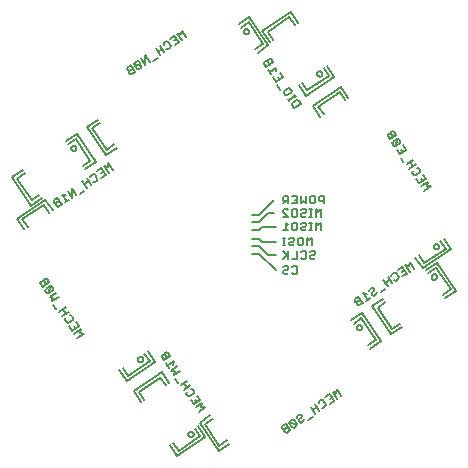
<source format=gbo>
G75*
%MOIN*%
%OFA0B0*%
%FSLAX24Y24*%
%IPPOS*%
%LPD*%
%AMOC8*
5,1,8,0,0,1.08239X$1,22.5*
%
%ADD10C,0.0060*%
%ADD11C,0.0050*%
D10*
X006933Y017696D02*
X007149Y017842D01*
X007029Y017865D01*
X007052Y017986D01*
X006836Y017840D01*
X006768Y017941D02*
X006671Y018085D01*
X006640Y018209D02*
X006579Y018221D01*
X006531Y018293D01*
X006543Y018353D01*
X006439Y018429D02*
X006655Y018575D01*
X006686Y018450D02*
X006747Y018438D01*
X006795Y018366D01*
X006783Y018306D01*
X006640Y018209D01*
X006828Y018085D02*
X006876Y018013D01*
X006768Y017941D02*
X006984Y018086D01*
X006887Y018230D01*
X006547Y018502D02*
X006450Y018646D01*
X006558Y018719D02*
X006342Y018573D01*
X006238Y018649D02*
X006141Y018793D01*
X006109Y018918D02*
X006133Y019038D01*
X006012Y019062D01*
X006228Y019207D01*
X006124Y019283D02*
X006136Y019344D01*
X006088Y019416D01*
X006027Y019427D01*
X005981Y019186D01*
X005920Y019198D01*
X005872Y019270D01*
X005884Y019330D01*
X006027Y019427D01*
X005996Y019552D02*
X005923Y019660D01*
X005863Y019671D01*
X005827Y019647D01*
X005815Y019587D01*
X005888Y019479D01*
X005780Y019406D02*
X005996Y019552D01*
X005815Y019587D02*
X005755Y019599D01*
X005719Y019574D01*
X005707Y019514D01*
X005780Y019406D01*
X005981Y019186D02*
X006124Y019283D01*
X006325Y019063D02*
X006109Y018918D01*
X006305Y022072D02*
X006245Y022084D01*
X006221Y022119D01*
X006232Y022180D01*
X006340Y022252D01*
X006232Y022180D02*
X006172Y022191D01*
X006148Y022227D01*
X006160Y022288D01*
X006267Y022360D01*
X006413Y022145D01*
X006305Y022072D01*
X006513Y022212D02*
X006657Y022309D01*
X006585Y022261D02*
X006440Y022477D01*
X006560Y022453D01*
X006612Y022593D02*
X006758Y022377D01*
X006756Y022690D01*
X006901Y022474D01*
X007026Y022506D02*
X007170Y022603D01*
X007246Y022707D02*
X007101Y022922D01*
X007173Y022815D02*
X007317Y022912D01*
X007245Y023019D02*
X007390Y022804D01*
X007466Y022907D02*
X007526Y022896D01*
X007598Y022944D01*
X007610Y023004D01*
X007513Y023148D01*
X007453Y023160D01*
X007381Y023111D01*
X007369Y023051D01*
X007589Y023252D02*
X007733Y023349D01*
X007879Y023133D01*
X007735Y023036D01*
X007734Y023193D02*
X007806Y023241D01*
X007979Y023201D02*
X007834Y023417D01*
X007954Y023393D01*
X007977Y023514D01*
X008123Y023298D01*
X008750Y026495D02*
X008857Y026568D01*
X008712Y026783D01*
X008604Y026711D01*
X008592Y026651D01*
X008617Y026615D01*
X008677Y026603D01*
X008785Y026676D01*
X008677Y026603D02*
X008665Y026543D01*
X008689Y026507D01*
X008750Y026495D01*
X008934Y026671D02*
X008837Y026815D01*
X009077Y026768D01*
X009066Y026708D01*
X008994Y026660D01*
X008934Y026671D01*
X009077Y026768D02*
X008980Y026912D01*
X008920Y026924D01*
X008848Y026875D01*
X008837Y026815D01*
X009057Y027016D02*
X009202Y026800D01*
X009201Y027113D01*
X009346Y026897D01*
X009471Y026929D02*
X009615Y027026D01*
X009691Y027130D02*
X009545Y027346D01*
X009618Y027238D02*
X009762Y027335D01*
X009835Y027227D02*
X009689Y027443D01*
X009814Y027474D02*
X009825Y027535D01*
X009897Y027583D01*
X009958Y027571D01*
X010055Y027428D01*
X010043Y027367D01*
X009971Y027319D01*
X009911Y027331D01*
X010179Y027459D02*
X010323Y027556D01*
X010178Y027772D01*
X010034Y027675D01*
X010178Y027616D02*
X010250Y027664D01*
X010278Y027840D02*
X010424Y027624D01*
X010567Y027721D02*
X010422Y027937D01*
X010398Y027816D01*
X010278Y027840D01*
X013177Y026901D02*
X013165Y026841D01*
X013238Y026733D01*
X013454Y026879D01*
X013381Y026986D01*
X013321Y026998D01*
X013285Y026974D01*
X013273Y026914D01*
X013346Y026806D01*
X013273Y026914D02*
X013213Y026925D01*
X013177Y026901D01*
X013306Y026633D02*
X013403Y026489D01*
X013354Y026561D02*
X013570Y026706D01*
X013546Y026586D01*
X013686Y026534D02*
X013783Y026390D01*
X013567Y026244D01*
X013470Y026388D01*
X013627Y026389D02*
X013675Y026317D01*
X013599Y026120D02*
X013696Y025976D01*
X013836Y025924D02*
X013980Y026021D01*
X014040Y026009D01*
X014088Y025937D01*
X014077Y025877D01*
X013933Y025780D01*
X013873Y025792D01*
X013824Y025864D01*
X013836Y025924D01*
X013958Y025665D02*
X014007Y025593D01*
X013983Y025629D02*
X014198Y025775D01*
X014174Y025810D02*
X014223Y025739D01*
X014254Y025614D02*
X014110Y025517D01*
X014099Y025457D01*
X014172Y025349D01*
X014387Y025494D01*
X014315Y025602D01*
X014254Y025614D01*
X014269Y022440D02*
X014096Y022440D01*
X013975Y022440D02*
X013975Y022180D01*
X013975Y022267D02*
X013845Y022267D01*
X013801Y022310D01*
X013801Y022397D01*
X013845Y022440D01*
X013975Y022440D01*
X013888Y022267D02*
X013801Y022180D01*
X013845Y021990D02*
X013931Y021990D01*
X013975Y021947D01*
X014096Y021947D02*
X014139Y021990D01*
X014226Y021990D01*
X014269Y021947D01*
X014269Y021773D01*
X014226Y021730D01*
X014139Y021730D01*
X014096Y021773D01*
X014096Y021947D01*
X014096Y022180D02*
X014269Y022180D01*
X014269Y022440D01*
X014390Y022440D02*
X014390Y022180D01*
X014477Y022267D01*
X014564Y022180D01*
X014564Y022440D01*
X014685Y022397D02*
X014728Y022440D01*
X014815Y022440D01*
X014859Y022397D01*
X014859Y022223D01*
X014815Y022180D01*
X014728Y022180D01*
X014685Y022223D01*
X014685Y022397D01*
X014674Y021990D02*
X014760Y021990D01*
X014717Y021990D02*
X014717Y021730D01*
X014760Y021730D02*
X014674Y021730D01*
X014564Y021773D02*
X014521Y021730D01*
X014434Y021730D01*
X014390Y021773D01*
X014390Y021817D01*
X014434Y021860D01*
X014521Y021860D01*
X014564Y021903D01*
X014564Y021947D01*
X014521Y021990D01*
X014434Y021990D01*
X014390Y021947D01*
X014269Y022310D02*
X014183Y022310D01*
X013845Y021990D02*
X013801Y021947D01*
X013801Y021903D01*
X013975Y021730D01*
X013801Y021730D01*
X013888Y021540D02*
X013888Y021280D01*
X013975Y021280D02*
X013801Y021280D01*
X013790Y021040D02*
X013876Y021040D01*
X013833Y021040D02*
X013833Y020780D01*
X013876Y020780D02*
X013790Y020780D01*
X013801Y020590D02*
X013975Y020417D01*
X013931Y020460D02*
X013801Y020330D01*
X013975Y020330D02*
X013975Y020590D01*
X014041Y020780D02*
X014128Y020780D01*
X014171Y020823D01*
X014128Y020910D02*
X014041Y020910D01*
X013998Y020867D01*
X013998Y020823D01*
X014041Y020780D01*
X014128Y020910D02*
X014171Y020953D01*
X014171Y020997D01*
X014128Y021040D01*
X014041Y021040D01*
X013998Y020997D01*
X014292Y020997D02*
X014336Y021040D01*
X014422Y021040D01*
X014466Y020997D01*
X014466Y020823D01*
X014422Y020780D01*
X014336Y020780D01*
X014292Y020823D01*
X014292Y020997D01*
X014226Y021280D02*
X014139Y021280D01*
X014096Y021323D01*
X014096Y021497D01*
X014139Y021540D01*
X014226Y021540D01*
X014269Y021497D01*
X014269Y021323D01*
X014226Y021280D01*
X014390Y021323D02*
X014434Y021280D01*
X014521Y021280D01*
X014564Y021323D01*
X014521Y021410D02*
X014434Y021410D01*
X014390Y021367D01*
X014390Y021323D01*
X014521Y021410D02*
X014564Y021453D01*
X014564Y021497D01*
X014521Y021540D01*
X014434Y021540D01*
X014390Y021497D01*
X014674Y021540D02*
X014760Y021540D01*
X014717Y021540D02*
X014717Y021280D01*
X014760Y021280D02*
X014674Y021280D01*
X014882Y021280D02*
X014882Y021540D01*
X014968Y021453D01*
X015055Y021540D01*
X015055Y021280D01*
X014760Y021040D02*
X014674Y020953D01*
X014587Y021040D01*
X014587Y020780D01*
X014760Y020780D02*
X014760Y021040D01*
X014728Y020590D02*
X014685Y020547D01*
X014728Y020590D02*
X014815Y020590D01*
X014859Y020547D01*
X014859Y020503D01*
X014815Y020460D01*
X014728Y020460D01*
X014685Y020417D01*
X014685Y020373D01*
X014728Y020330D01*
X014815Y020330D01*
X014859Y020373D01*
X014564Y020373D02*
X014521Y020330D01*
X014434Y020330D01*
X014390Y020373D01*
X014269Y020330D02*
X014096Y020330D01*
X014269Y020330D02*
X014269Y020590D01*
X014390Y020547D02*
X014434Y020590D01*
X014521Y020590D01*
X014564Y020547D01*
X014564Y020373D01*
X014269Y020047D02*
X014269Y019873D01*
X014226Y019830D01*
X014139Y019830D01*
X014096Y019873D01*
X013975Y019873D02*
X013931Y019830D01*
X013845Y019830D01*
X013801Y019873D01*
X013801Y019917D01*
X013845Y019960D01*
X013931Y019960D01*
X013975Y020003D01*
X013975Y020047D01*
X013931Y020090D01*
X013845Y020090D01*
X013801Y020047D01*
X014096Y020047D02*
X014139Y020090D01*
X014226Y020090D01*
X014269Y020047D01*
X013975Y021453D02*
X013888Y021540D01*
X014882Y021730D02*
X014882Y021990D01*
X014968Y021903D01*
X015055Y021990D01*
X015055Y021730D01*
X015153Y022180D02*
X015153Y022440D01*
X015023Y022440D01*
X014980Y022397D01*
X014980Y022310D01*
X015023Y022267D01*
X015153Y022267D01*
X016756Y019375D02*
X016816Y019363D01*
X016840Y019327D01*
X016829Y019267D01*
X016757Y019219D01*
X016745Y019158D01*
X016769Y019122D01*
X016829Y019111D01*
X016901Y019159D01*
X016913Y019219D01*
X017062Y019215D02*
X017206Y019312D01*
X017282Y019416D02*
X017137Y019632D01*
X017209Y019524D02*
X017353Y019621D01*
X017426Y019513D02*
X017280Y019729D01*
X017405Y019761D02*
X017417Y019821D01*
X017489Y019869D01*
X017549Y019858D01*
X017646Y019714D01*
X017634Y019654D01*
X017562Y019605D01*
X017502Y019617D01*
X017771Y019746D02*
X017914Y019843D01*
X017769Y020058D01*
X017625Y019961D01*
X017770Y019902D02*
X017842Y019950D01*
X018015Y019910D02*
X017869Y020126D01*
X017990Y020103D01*
X018013Y020223D01*
X018159Y020007D01*
X016756Y019375D02*
X016684Y019327D01*
X016672Y019266D01*
X016596Y019163D02*
X016476Y019186D01*
X016621Y018970D01*
X016549Y018922D02*
X016693Y019019D01*
X016449Y018854D02*
X016341Y018781D01*
X016281Y018793D01*
X016256Y018829D01*
X016268Y018889D01*
X016376Y018962D01*
X016449Y018854D02*
X016303Y019070D01*
X016195Y018997D01*
X016184Y018937D01*
X016208Y018901D01*
X016268Y018889D01*
X015590Y015983D02*
X015566Y015863D01*
X015446Y015886D01*
X015592Y015670D01*
X015491Y015603D02*
X015347Y015506D01*
X015223Y015474D02*
X015211Y015414D01*
X015139Y015365D01*
X015079Y015377D01*
X015003Y015273D02*
X014857Y015489D01*
X014982Y015521D02*
X014993Y015581D01*
X015065Y015629D01*
X015126Y015618D01*
X015223Y015474D01*
X015346Y015662D02*
X015418Y015710D01*
X015346Y015818D02*
X015491Y015603D01*
X015346Y015818D02*
X015202Y015721D01*
X014930Y015381D02*
X014786Y015284D01*
X014713Y015392D02*
X014859Y015176D01*
X014783Y015072D02*
X014639Y014975D01*
X014490Y014980D02*
X014478Y014919D01*
X014406Y014871D01*
X014346Y014883D01*
X014322Y014918D01*
X014333Y014979D01*
X014405Y015027D01*
X014417Y015087D01*
X014393Y015123D01*
X014333Y015135D01*
X014261Y015087D01*
X014249Y015026D01*
X014148Y014959D02*
X014245Y014815D01*
X014005Y014862D01*
X014102Y014718D01*
X014162Y014706D01*
X014234Y014755D01*
X014245Y014815D01*
X014148Y014959D02*
X014088Y014970D01*
X014016Y014922D01*
X014005Y014862D01*
X013880Y014830D02*
X013772Y014757D01*
X013760Y014697D01*
X013785Y014661D01*
X013845Y014649D01*
X013953Y014722D01*
X014025Y014614D02*
X013918Y014541D01*
X013857Y014553D01*
X013833Y014589D01*
X013845Y014649D01*
X014025Y014614D02*
X013880Y014830D01*
X015590Y015983D02*
X015735Y015767D01*
X018506Y022607D02*
X018721Y022753D01*
X018601Y022776D01*
X018624Y022897D01*
X018409Y022751D01*
X018341Y022851D02*
X018244Y022995D01*
X018212Y023120D02*
X018152Y023132D01*
X018103Y023204D01*
X018115Y023264D01*
X018011Y023340D02*
X018227Y023486D01*
X018259Y023361D02*
X018319Y023349D01*
X018368Y023277D01*
X018356Y023217D01*
X018212Y023120D01*
X018400Y022996D02*
X018449Y022924D01*
X018557Y022997D02*
X018341Y022851D01*
X018557Y022997D02*
X018460Y023141D01*
X018119Y023413D02*
X018022Y023557D01*
X018130Y023629D02*
X017914Y023484D01*
X017811Y023560D02*
X017714Y023704D01*
X017682Y023829D02*
X017585Y023972D01*
X017553Y024097D02*
X017600Y024338D01*
X017456Y024241D01*
X017444Y024181D01*
X017493Y024109D01*
X017553Y024097D01*
X017697Y024194D01*
X017708Y024254D01*
X017660Y024326D01*
X017600Y024338D01*
X017568Y024463D02*
X017495Y024571D01*
X017435Y024582D01*
X017399Y024558D01*
X017387Y024498D01*
X017460Y024390D01*
X017387Y024498D02*
X017327Y024509D01*
X017291Y024485D01*
X017279Y024425D01*
X017352Y024317D01*
X017568Y024463D01*
X017800Y024118D02*
X017897Y023974D01*
X017682Y023829D01*
X017790Y023901D02*
X017741Y023973D01*
X011195Y015384D02*
X011075Y015408D01*
X011098Y015528D01*
X010882Y015383D01*
X010814Y015483D02*
X010717Y015627D01*
X010686Y015752D02*
X010625Y015763D01*
X010577Y015835D01*
X010589Y015895D01*
X010485Y015972D02*
X010701Y016117D01*
X010732Y015992D02*
X010793Y015981D01*
X010841Y015909D01*
X010829Y015849D01*
X010686Y015752D01*
X010874Y015628D02*
X010922Y015556D01*
X011030Y015629D02*
X010814Y015483D01*
X011030Y015629D02*
X010933Y015772D01*
X010593Y016044D02*
X010496Y016188D01*
X010604Y016261D02*
X010388Y016115D01*
X010284Y016192D02*
X010187Y016335D01*
X010155Y016460D02*
X010179Y016581D01*
X010058Y016604D01*
X010274Y016750D01*
X010134Y016801D02*
X010158Y016922D01*
X009942Y016776D01*
X009894Y016848D02*
X009991Y016704D01*
X010155Y016460D02*
X010371Y016606D01*
X010042Y017094D02*
X009969Y017202D01*
X009909Y017214D01*
X009873Y017190D01*
X009861Y017129D01*
X009934Y017022D01*
X010042Y017094D02*
X009826Y016949D01*
X009753Y017057D01*
X009765Y017117D01*
X009801Y017141D01*
X009861Y017129D01*
X010979Y015239D02*
X011195Y015384D01*
D11*
X009058Y015553D02*
X008816Y015912D01*
X009756Y016546D01*
X009998Y016187D01*
X009887Y016112D02*
X009711Y016373D01*
X008993Y015889D01*
X009169Y015628D01*
X008630Y016427D02*
X008454Y016688D01*
X008343Y016614D02*
X008585Y016255D01*
X009525Y016889D01*
X009283Y017248D01*
X009172Y017173D02*
X009348Y016912D01*
X008630Y016427D01*
X008954Y016980D02*
X008956Y016999D01*
X008962Y017016D01*
X008971Y017032D01*
X008983Y017046D01*
X008998Y017057D01*
X009015Y017065D01*
X009034Y017069D01*
X009052Y017069D01*
X009071Y017065D01*
X009087Y017057D01*
X009103Y017046D01*
X009115Y017032D01*
X009124Y017016D01*
X009130Y016999D01*
X009132Y016980D01*
X009130Y016961D01*
X009124Y016944D01*
X009115Y016928D01*
X009103Y016914D01*
X009088Y016903D01*
X009071Y016895D01*
X009052Y016891D01*
X009034Y016891D01*
X009015Y016895D01*
X008999Y016903D01*
X008983Y016914D01*
X008971Y016928D01*
X008962Y016944D01*
X008956Y016961D01*
X008954Y016980D01*
X010138Y014192D02*
X010314Y013931D01*
X011032Y014415D01*
X010856Y014676D01*
X010967Y014751D02*
X011209Y014392D01*
X010269Y013758D01*
X010027Y014117D01*
X010638Y014483D02*
X010640Y014502D01*
X010646Y014519D01*
X010655Y014535D01*
X010667Y014549D01*
X010682Y014560D01*
X010699Y014568D01*
X010718Y014572D01*
X010736Y014572D01*
X010755Y014568D01*
X010771Y014560D01*
X010787Y014549D01*
X010799Y014535D01*
X010808Y014519D01*
X010814Y014502D01*
X010816Y014483D01*
X010814Y014464D01*
X010808Y014447D01*
X010799Y014431D01*
X010787Y014417D01*
X010772Y014406D01*
X010755Y014398D01*
X010736Y014394D01*
X010718Y014394D01*
X010699Y014398D01*
X010683Y014406D01*
X010667Y014417D01*
X010655Y014431D01*
X010646Y014447D01*
X010640Y014464D01*
X010638Y014483D01*
X011013Y014870D02*
X011647Y013930D01*
X012006Y014173D01*
X011932Y014284D02*
X011670Y014107D01*
X011186Y014826D01*
X011447Y015002D01*
X011372Y015113D02*
X011013Y014870D01*
X013560Y019960D02*
X013010Y020510D01*
X012760Y020510D01*
X012760Y020760D02*
X013010Y020760D01*
X013310Y020460D01*
X013560Y020460D01*
X013560Y020910D02*
X013110Y020910D01*
X013010Y021010D01*
X012760Y021010D01*
X012760Y021310D02*
X013010Y021310D01*
X013110Y021410D01*
X013560Y021410D01*
X013510Y021860D02*
X013310Y021860D01*
X013010Y021560D01*
X012760Y021560D01*
X012760Y021810D02*
X013010Y021810D01*
X013510Y022310D01*
X015037Y025072D02*
X014795Y025431D01*
X015735Y026065D01*
X015977Y025706D01*
X015866Y025632D02*
X015690Y025893D01*
X014972Y025408D01*
X015148Y025147D01*
X014564Y025774D02*
X014322Y026133D01*
X014433Y026208D02*
X014609Y025947D01*
X015327Y026431D01*
X015151Y026692D01*
X015262Y026767D02*
X015504Y026408D01*
X014564Y025774D01*
X014933Y026499D02*
X014935Y026518D01*
X014941Y026535D01*
X014950Y026551D01*
X014962Y026565D01*
X014977Y026576D01*
X014994Y026584D01*
X015013Y026588D01*
X015031Y026588D01*
X015050Y026584D01*
X015066Y026576D01*
X015082Y026565D01*
X015094Y026551D01*
X015103Y026535D01*
X015109Y026518D01*
X015111Y026499D01*
X015109Y026480D01*
X015103Y026463D01*
X015094Y026447D01*
X015082Y026433D01*
X015067Y026422D01*
X015050Y026414D01*
X015031Y026410D01*
X015013Y026410D01*
X014994Y026414D01*
X014978Y026422D01*
X014962Y026433D01*
X014950Y026447D01*
X014941Y026463D01*
X014935Y026480D01*
X014933Y026499D01*
X014182Y028128D02*
X014006Y028389D01*
X013288Y027905D01*
X013464Y027644D01*
X013353Y027569D02*
X013111Y027928D01*
X014051Y028562D01*
X014293Y028203D01*
X013307Y027450D02*
X012948Y027207D01*
X012873Y027318D02*
X013134Y027494D01*
X012650Y028213D01*
X012388Y028036D01*
X012314Y028147D02*
X012673Y028390D01*
X013307Y027450D01*
X012493Y027907D02*
X012495Y027926D01*
X012501Y027943D01*
X012510Y027959D01*
X012522Y027973D01*
X012537Y027984D01*
X012554Y027992D01*
X012573Y027996D01*
X012591Y027996D01*
X012610Y027992D01*
X012626Y027984D01*
X012642Y027973D01*
X012654Y027959D01*
X012663Y027943D01*
X012669Y027926D01*
X012671Y027907D01*
X012669Y027888D01*
X012663Y027871D01*
X012654Y027855D01*
X012642Y027841D01*
X012627Y027830D01*
X012610Y027822D01*
X012591Y027818D01*
X012573Y027818D01*
X012554Y027822D01*
X012538Y027830D01*
X012522Y027841D01*
X012510Y027855D01*
X012501Y027871D01*
X012495Y027888D01*
X012493Y027907D01*
X008173Y024148D02*
X007912Y023972D01*
X007427Y024690D01*
X007688Y024866D01*
X007614Y024977D02*
X007255Y024735D01*
X007889Y023795D01*
X008248Y024037D01*
X007546Y023564D02*
X007187Y023322D01*
X007112Y023433D02*
X007373Y023609D01*
X006889Y024327D01*
X006628Y024151D01*
X006553Y024262D02*
X006912Y024504D01*
X007546Y023564D01*
X006732Y024022D02*
X006734Y024041D01*
X006740Y024058D01*
X006749Y024074D01*
X006761Y024088D01*
X006776Y024099D01*
X006793Y024107D01*
X006812Y024111D01*
X006830Y024111D01*
X006849Y024107D01*
X006865Y024099D01*
X006881Y024088D01*
X006893Y024074D01*
X006902Y024058D01*
X006908Y024041D01*
X006910Y024022D01*
X006908Y024003D01*
X006902Y023986D01*
X006893Y023970D01*
X006881Y023956D01*
X006866Y023945D01*
X006849Y023937D01*
X006830Y023933D01*
X006812Y023933D01*
X006793Y023937D01*
X006777Y023945D01*
X006761Y023956D01*
X006749Y023970D01*
X006740Y023986D01*
X006734Y024003D01*
X006732Y024022D01*
X005676Y022464D02*
X005415Y022288D01*
X004931Y023006D01*
X005192Y023182D01*
X005117Y023293D02*
X004758Y023051D01*
X005392Y022111D01*
X005751Y022353D01*
X005870Y022307D02*
X004930Y021673D01*
X005173Y021314D01*
X005284Y021388D02*
X005107Y021650D01*
X005826Y022134D01*
X006002Y021873D01*
X006113Y021948D02*
X005870Y022307D01*
X016072Y018283D02*
X016431Y018525D01*
X017065Y017585D01*
X016706Y017343D01*
X016632Y017454D02*
X016893Y017630D01*
X016408Y018348D01*
X016147Y018172D01*
X016251Y018043D02*
X016253Y018062D01*
X016259Y018079D01*
X016268Y018095D01*
X016280Y018109D01*
X016295Y018120D01*
X016312Y018128D01*
X016331Y018132D01*
X016349Y018132D01*
X016368Y018128D01*
X016384Y018120D01*
X016400Y018109D01*
X016412Y018095D01*
X016421Y018079D01*
X016427Y018062D01*
X016429Y018043D01*
X016427Y018024D01*
X016421Y018007D01*
X016412Y017991D01*
X016400Y017977D01*
X016385Y017966D01*
X016368Y017958D01*
X016349Y017954D01*
X016331Y017954D01*
X016312Y017958D01*
X016296Y017966D01*
X016280Y017977D01*
X016268Y017991D01*
X016259Y018007D01*
X016253Y018024D01*
X016251Y018043D01*
X016774Y018756D02*
X017408Y017816D01*
X017767Y018058D01*
X017692Y018169D02*
X017431Y017993D01*
X016947Y018711D01*
X017208Y018887D01*
X017133Y018998D02*
X016774Y018756D01*
X018450Y020013D02*
X018207Y020372D01*
X018318Y020447D02*
X018494Y020186D01*
X019213Y020670D01*
X019036Y020932D01*
X019147Y021006D02*
X019390Y020647D01*
X018450Y020013D01*
X018569Y019967D02*
X018928Y020209D01*
X019562Y019269D01*
X019203Y019027D01*
X019128Y019138D02*
X019389Y019314D01*
X018905Y020032D01*
X018644Y019856D01*
X018748Y019727D02*
X018750Y019746D01*
X018756Y019763D01*
X018765Y019779D01*
X018777Y019793D01*
X018792Y019804D01*
X018809Y019812D01*
X018828Y019816D01*
X018846Y019816D01*
X018865Y019812D01*
X018881Y019804D01*
X018897Y019793D01*
X018909Y019779D01*
X018918Y019763D01*
X018924Y019746D01*
X018926Y019727D01*
X018924Y019708D01*
X018918Y019691D01*
X018909Y019675D01*
X018897Y019661D01*
X018882Y019650D01*
X018865Y019642D01*
X018846Y019638D01*
X018828Y019638D01*
X018809Y019642D01*
X018793Y019650D01*
X018777Y019661D01*
X018765Y019675D01*
X018756Y019691D01*
X018750Y019708D01*
X018748Y019727D01*
X018818Y020738D02*
X018820Y020757D01*
X018826Y020774D01*
X018835Y020790D01*
X018847Y020804D01*
X018862Y020815D01*
X018879Y020823D01*
X018898Y020827D01*
X018916Y020827D01*
X018935Y020823D01*
X018951Y020815D01*
X018967Y020804D01*
X018979Y020790D01*
X018988Y020774D01*
X018994Y020757D01*
X018996Y020738D01*
X018994Y020719D01*
X018988Y020702D01*
X018979Y020686D01*
X018967Y020672D01*
X018952Y020661D01*
X018935Y020653D01*
X018916Y020649D01*
X018898Y020649D01*
X018879Y020653D01*
X018863Y020661D01*
X018847Y020672D01*
X018835Y020686D01*
X018826Y020702D01*
X018820Y020719D01*
X018818Y020738D01*
M02*

</source>
